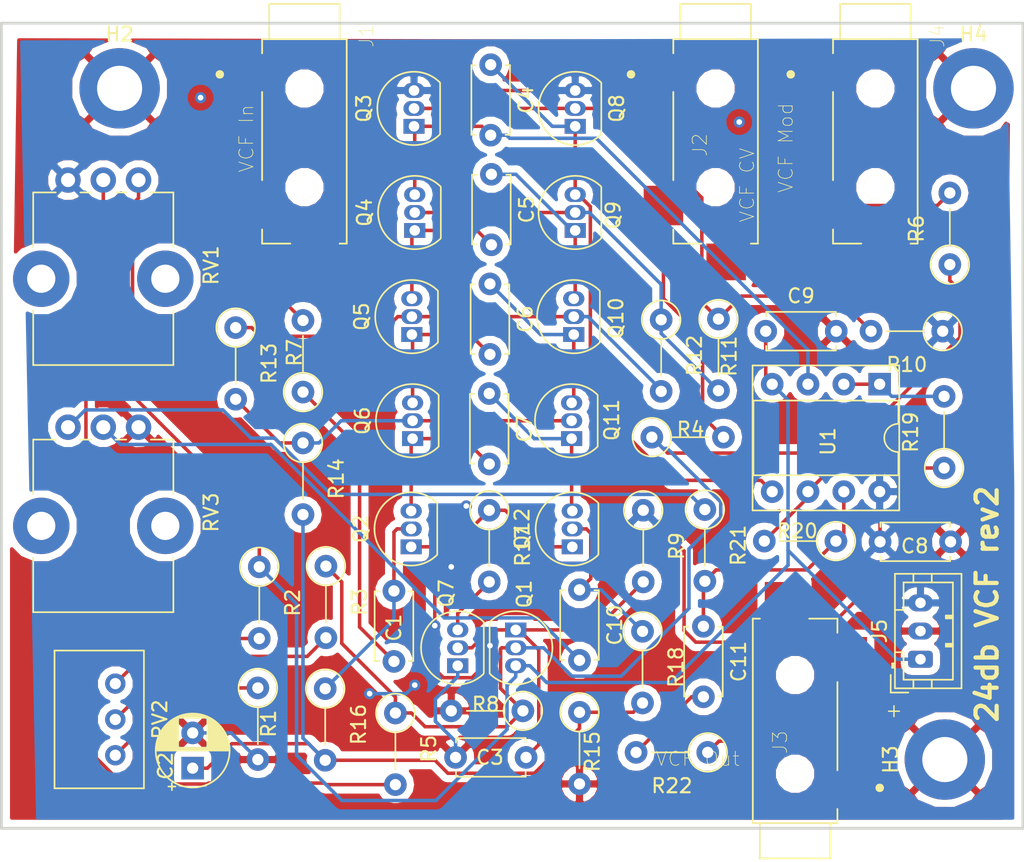
<source format=kicad_pcb>
(kicad_pcb (version 20171130) (host pcbnew "(5.0.1)-rc2")
  (layers (0 F.Cu signal) (31 B.Cu signal) (34 B.Paste user) (35 F.Paste user) (36 B.SilkS user) (37 F.SilkS user) (38 B.Mask user) (39 F.Mask user) (44 Edge.Cuts user))
  (net 0 "")
  (net 1 "Net-(C1-Pad1)")
  (net 2 "Net-(C2-Pad1)")
  (net 3 "Net-(C10-Pad2)")
  (net 4 "Net-(C11-Pad1)")
  (net 5 "Net-(C11-Pad2)")
  (net 6 "Net-(R1-Pad1)")
  (net 7 "Net-(R2-Pad2)")
  (net 8 "Net-(R3-Pad2)")
  (net 9 VCF_EXP_CV)
  (net 10 "Net-(R5-Pad2)")
  (net 11 VCF_mod)
  (net 12 VCF_In)
  (net 13 "Net-(R19-Pad1)")
  (net 14 "Net-(R19-Pad2)")
  (net 15 "Net-(R21-Pad1)")
  (net 16 VCF_Out)
  (net 17 "Net-(J2-PadTN)")
  (net 18 "Net-(J1-PadTN)")
  (net 19 "Net-(J4-PadTN)")
  (net 20 "Net-(J3-PadTN)")
  (net 21 Ladder6_Re)
  (net 22 Ladder6_Lb)
  (net 23 Ladder1_b)
  (net 24 Ladder2_b)
  (net 25 Ladder6_Lc)
  (net 26 Ladder6_Le)
  (net 27 Ladder1_c)
  (net 28 Ladder4_b)
  (net 29 Ladder5_Rb)
  (net 30 Ladder3_b)
  (net 31 Ladder5_e)
  (net 32 Ladder6_Rc)
  (net 33 Ladder5_Lb)
  (net 34 Ladder4_Re)
  (net 35 Ladder2_Re)
  (net 36 Ladder1_Re)
  (net 37 Ladder1_Le)
  (net 38 Ladder2_Le)
  (net 39 Ladder3_Le)
  (net 40 Ladder3_Re)
  (net 41 Ladder4_Le)
  (module Capacitor_THT:C_Disc_D4.7mm_W2.5mm_P5.00mm (layer F.Cu) (at 160.6296 76.708 90)
    (fp_text reference C1 (at 2.3876 0 90) (layer F.SilkS))
    (fp_text value 2.2uF)
    (pad 2 thru_hole circle (at 5 0 90) (size 1.6 1.6) (drill 0.8) (layers *.Cu *.Mask) (net 33 Ladder5_Lb))
    (pad 1 thru_hole circle (at 0 0 90) (size 1.6 1.6) (drill 0.8) (layers *.Cu *.Mask) (net 1 "Net-(C1-Pad1)"))
  )
  (module Capacitor_THT:CP_Radial_D5.0mm_P2.50mm (layer F.Cu) (at 146.3548 84.2772 90)
    (fp_text reference C2 (at 0.1524 -1.9304 90) (layer F.SilkS))
    (fp_text value 100uF)
    (pad 1 thru_hole rect (at 0 0 90) (size 1.6 1.6) (drill 0.8) (layers *.Cu *.Mask) (net 2 "Net-(C2-Pad1)"))
    (pad 2 thru_hole circle (at 2.5 0 90) (size 1.6 1.6) (drill 0.8) (layers *.Cu *.Mask) (net 21 Ladder6_Re))
  )
  (module Capacitor_THT:C_Disc_D4.7mm_W2.5mm_P5.00mm (layer F.Cu) (at 164.9984 83.5152)
    (fp_text reference C3 (at 2.4384 0) (layer F.SilkS))
    (fp_text value 0.1uF)
    (pad 1 thru_hole circle (at 0 0) (size 1.6 1.6) (drill 0.8) (layers *.Cu *.Mask) (net 21 Ladder6_Re))
    (pad 2 thru_hole circle (at 5 0) (size 1.6 1.6) (drill 0.8) (layers *.Cu *.Mask) (net 26 Ladder6_Le))
  )
  (module Capacitor_THT:C_Disc_D4.7mm_W2.5mm_P5.00mm (layer F.Cu) (at 167.4876 34.3916 270)
    (fp_text reference C4 (at 2.5 -2.5 270) (layer F.SilkS))
    (fp_text value 0.1uF)
    (pad 1 thru_hole circle (at 0 0 270) (size 1.6 1.6) (drill 0.8) (layers *.Cu *.Mask) (net 36 Ladder1_Re))
    (pad 2 thru_hole circle (at 5 0 270) (size 1.6 1.6) (drill 0.8) (layers *.Cu *.Mask) (net 37 Ladder1_Le))
  )
  (module Capacitor_THT:C_Disc_D4.7mm_W2.5mm_P5.00mm (layer F.Cu) (at 167.5384 42.164 270)
    (fp_text reference C5 (at 2.5 -2.5 270) (layer F.SilkS))
    (fp_text value 0.1uF)
    (pad 1 thru_hole circle (at 0 0 270) (size 1.6 1.6) (drill 0.8) (layers *.Cu *.Mask) (net 35 Ladder2_Re))
    (pad 2 thru_hole circle (at 5 0 270) (size 1.6 1.6) (drill 0.8) (layers *.Cu *.Mask) (net 38 Ladder2_Le))
  )
  (module Capacitor_THT:C_Disc_D4.7mm_W2.5mm_P5.00mm (layer F.Cu) (at 167.4368 49.9364 270)
    (fp_text reference C6 (at 2.5 -2.5 270) (layer F.SilkS))
    (fp_text value 0.1uF)
    (pad 2 thru_hole circle (at 5 0 270) (size 1.6 1.6) (drill 0.8) (layers *.Cu *.Mask) (net 39 Ladder3_Le))
    (pad 1 thru_hole circle (at 0 0 270) (size 1.6 1.6) (drill 0.8) (layers *.Cu *.Mask) (net 40 Ladder3_Re))
  )
  (module Capacitor_THT:C_Disc_D4.7mm_W2.5mm_P5.00mm (layer F.Cu) (at 167.386 57.7088 270)
    (fp_text reference C7 (at 2.5 -2.5 270) (layer F.SilkS))
    (fp_text value 0.1uF)
    (pad 2 thru_hole circle (at 5 0 270) (size 1.6 1.6) (drill 0.8) (layers *.Cu *.Mask) (net 41 Ladder4_Le))
    (pad 1 thru_hole circle (at 0 0 270) (size 1.6 1.6) (drill 0.8) (layers *.Cu *.Mask) (net 34 Ladder4_Re))
  )
  (module Capacitor_THT:C_Disc_D4.7mm_W2.5mm_P5.00mm (layer F.Cu) (at 200.1012 68.2244 180)
    (fp_text reference C8 (at 2.54 -0.3048 180) (layer F.SilkS))
    (fp_text value 0.10uF)
    (pad 1 thru_hole circle (at 0 0 180) (size 1.6 1.6) (drill 0.8) (layers *.Cu *.Mask) (net 21 Ladder6_Re))
    (pad 2 thru_hole circle (at 5 0 180) (size 1.6 1.6) (drill 0.8) (layers *.Cu *.Mask) (net 27 Ladder1_c))
  )
  (module Capacitor_THT:C_Disc_D4.7mm_W2.5mm_P5.00mm (layer F.Cu) (at 186.9948 53.2892)
    (fp_text reference C9 (at 2.5 -2.5) (layer F.SilkS))
    (fp_text value 0.10uF)
    (pad 2 thru_hole circle (at 5 0) (size 1.6 1.6) (drill 0.8) (layers *.Cu *.Mask) (net 21 Ladder6_Re))
    (pad 1 thru_hole circle (at 0 0) (size 1.6 1.6) (drill 0.8) (layers *.Cu *.Mask) (net 25 Ladder6_Lc))
  )
  (module Capacitor_THT:C_Disc_D4.7mm_W2.5mm_P5.00mm (layer F.Cu) (at 173.7868 71.628 270)
    (fp_text reference C10 (at 2.5 -2.5 270) (layer F.SilkS))
    (fp_text value 2.2uF)
    (pad 2 thru_hole circle (at 5 0 270) (size 1.6 1.6) (drill 0.8) (layers *.Cu *.Mask) (net 3 "Net-(C10-Pad2)"))
    (pad 1 thru_hole circle (at 0 0 270) (size 1.6 1.6) (drill 0.8) (layers *.Cu *.Mask) (net 29 Ladder5_Rb))
  )
  (module Capacitor_THT:C_Disc_D4.7mm_W2.5mm_P5.00mm (layer F.Cu) (at 182.5752 74.2188 270)
    (fp_text reference C11 (at 2.5 -2.5 270) (layer F.SilkS))
    (fp_text value 2.2uF)
    (pad 1 thru_hole circle (at 0 0 270) (size 1.6 1.6) (drill 0.8) (layers *.Cu *.Mask) (net 4 "Net-(C11-Pad1)"))
    (pad 2 thru_hole circle (at 5 0 270) (size 1.6 1.6) (drill 0.8) (layers *.Cu *.Mask) (net 5 "Net-(C11-Pad2)"))
  )
  (module MountingHole:MountingHole_3.2mm_M3_ISO7380_Pad (layer F.Cu) (at 141.1732 36.068)
    (fp_text reference H2 (at 0 -3.85) (layer F.SilkS))
    (fp_text value MountingHole_Pad)
    (pad 1 thru_hole circle (at 0 0) (size 5.7 5.7) (drill 3.2) (layers *.Cu *.Mask) (net 21 Ladder6_Re))
  )
  (module MountingHole:MountingHole_3.2mm_M3_ISO7380_Pad (layer F.Cu) (at 199.6948 83.6676 90)
    (fp_text reference H3 (at 0 -3.85 90) (layer F.SilkS))
    (fp_text value MountingHole_Pad)
    (pad 1 thru_hole circle (at 0 0 90) (size 5.7 5.7) (drill 3.2) (layers *.Cu *.Mask) (net 21 Ladder6_Re))
  )
  (module MountingHole:MountingHole_3.2mm_M3_ISO7380_Pad (layer F.Cu) (at 201.7268 36.068)
    (fp_text reference H4 (at 0 -3.85) (layer F.SilkS))
    (fp_text value MountingHole_Pad)
    (pad 1 thru_hole circle (at 0 0) (size 5.7 5.7) (drill 3.2) (layers *.Cu *.Mask) (net 21 Ladder6_Re))
  )
  (module SJ2-3592B-SMT-TR:CUI_SJ2-3592B-SMT-TR (layer F.Cu) (at 154.2796 39.8272 270)
    (fp_text reference J1 (at -7.47446 -4.39352 270) (layer F.SilkS) (effects (font (size 1.00194 1.00194) (thickness 0.05))))
    (fp_text value "VCF In" (at -0.2032 4.1148 270) (layer F.SilkS) (effects (font (size 1.00016 1.00016) (thickness 0.05))))
    (pad Hole np_thru_hole circle (at 3.25 0 270) (size 1.7 1.7) (drill 1.7) (layers *.Cu *.Mask F.SilkS))
    (pad Hole np_thru_hole circle (at -3.75 0 270) (size 1.7 1.7) (drill 1.7) (layers *.Cu *.Mask F.SilkS))
    (pad TN smd rect (at 8.55 -0.75 270) (size 2.6 2.8) (layers F.Cu F.Paste F.Mask) (net 18 "Net-(J1-PadTN)"))
    (pad T smd rect (at 4.55 3.7 270) (size 2.8 2.8) (layers F.Cu F.Paste F.Mask) (net 12 VCF_In))
    (pad S smd rect (at -4.85 3.7 270) (size 2.2 2.8) (layers F.Cu F.Paste F.Mask) (net 21 Ladder6_Re))
  )
  (module SJ2-3592B-SMT-TR:CUI_SJ2-3592B-SMT-TR (layer F.Cu) (at 183.4388 39.8272 270)
    (fp_text reference J2 (at 0.254 1.1176 270) (layer F.SilkS) (effects (font (size 1.00194 1.00194) (thickness 0.05))))
    (fp_text value "VCF CV" (at 3.0988 -2.2352 270) (layer F.SilkS) (effects (font (size 1.00016 1.00016) (thickness 0.05))))
    (pad S smd rect (at -4.85 3.7 270) (size 2.2 2.8) (layers F.Cu F.Paste F.Mask) (net 21 Ladder6_Re))
    (pad T smd rect (at 4.55 3.7 270) (size 2.8 2.8) (layers F.Cu F.Paste F.Mask) (net 9 VCF_EXP_CV))
    (pad TN smd rect (at 8.55 -0.75 270) (size 2.6 2.8) (layers F.Cu F.Paste F.Mask) (net 17 "Net-(J2-PadTN)"))
    (pad Hole np_thru_hole circle (at -3.75 0 270) (size 1.7 1.7) (drill 1.7) (layers *.Cu *.Mask F.SilkS))
    (pad Hole np_thru_hole circle (at 3.25 0 270) (size 1.7 1.7) (drill 1.7) (layers *.Cu *.Mask F.SilkS))
  )
  (module SJ2-3592B-SMT-TR:CUI_SJ2-3592B-SMT-TR (layer F.Cu) (at 189.0776 80.9244 90)
    (fp_text reference J3 (at -1.524 -1.0668 90) (layer F.SilkS) (effects (font (size 1.00194 1.00194) (thickness 0.05))))
    (fp_text value "VCF Out" (at -2.6924 -6.9088 180) (layer F.SilkS) (effects (font (size 1.00016 1.00016) (thickness 0.05))))
    (pad Hole np_thru_hole circle (at 3.25 0 90) (size 1.7 1.7) (drill 1.7) (layers *.Cu *.Mask F.SilkS))
    (pad Hole np_thru_hole circle (at -3.75 0 90) (size 1.7 1.7) (drill 1.7) (layers *.Cu *.Mask F.SilkS))
    (pad TN smd rect (at 8.55 -0.75 90) (size 2.6 2.8) (layers F.Cu F.Paste F.Mask) (net 20 "Net-(J3-PadTN)"))
    (pad T smd rect (at 4.55 3.7 90) (size 2.8 2.8) (layers F.Cu F.Paste F.Mask) (net 16 VCF_Out))
    (pad S smd rect (at -4.85 3.7 90) (size 2.2 2.8) (layers F.Cu F.Paste F.Mask) (net 21 Ladder6_Re))
  )
  (module SJ2-3592B-SMT-TR:CUI_SJ2-3592B-SMT-TR (layer F.Cu) (at 194.7672 39.8272 270)
    (fp_text reference J4 (at -7.47446 -4.39352 270) (layer F.SilkS) (effects (font (size 1.00194 1.00194) (thickness 0.05))))
    (fp_text value "VCF Mod" (at 0.4572 6.35 270) (layer F.SilkS) (effects (font (size 1.00016 1.00016) (thickness 0.05))))
    (pad S smd rect (at -4.85 3.7 270) (size 2.2 2.8) (layers F.Cu F.Paste F.Mask) (net 21 Ladder6_Re))
    (pad T smd rect (at 4.55 3.7 270) (size 2.8 2.8) (layers F.Cu F.Paste F.Mask) (net 11 VCF_mod))
    (pad TN smd rect (at 8.55 -0.75 270) (size 2.6 2.8) (layers F.Cu F.Paste F.Mask) (net 19 "Net-(J4-PadTN)"))
    (pad Hole np_thru_hole circle (at -3.75 0 270) (size 1.7 1.7) (drill 1.7) (layers *.Cu *.Mask F.SilkS))
    (pad Hole np_thru_hole circle (at 3.25 0 270) (size 1.7 1.7) (drill 1.7) (layers *.Cu *.Mask F.SilkS))
  )
  (module Connector_JST:JST_PH_B3B-PH-K_1x03_P2.00mm_Vertical (layer F.Cu) (at 197.9676 76.5556 90)
    (fp_text reference J5 (at 2 -2.9 90) (layer F.SilkS))
    (fp_text value Power)
    (pad 1 thru_hole roundrect (at 0 0 90) (size 1.2 1.75) (drill 0.75) (layers *.Cu *.Mask) (roundrect_rratio 0.208333) (net 25 Ladder6_Lc))
    (pad 2 thru_hole oval (at 2 0 90) (size 1.2 1.75) (drill 0.75) (layers *.Cu *.Mask) (net 21 Ladder6_Re))
    (pad 3 thru_hole oval (at 4 0 90) (size 1.2 1.75) (drill 0.75) (layers *.Cu *.Mask) (net 27 Ladder1_c))
  )
  (module Package_TO_SOT_THT:TO-92_Inline (layer F.Cu) (at 169.2656 74.4728 270)
    (fp_text reference Q1 (at -2.54 -0.6096 270) (layer F.SilkS))
    (fp_text value 2N3906)
    (pad 2 thru_hole oval (at 1.27 0 270) (size 1.05 1.5) (drill 0.75) (layers *.Cu *.Mask) (net 22 Ladder6_Lb))
    (pad 3 thru_hole oval (at 2.54 0 270) (size 1.05 1.5) (drill 0.75) (layers *.Cu *.Mask) (net 25 Ladder6_Lc))
    (pad 1 thru_hole rect (at 0 0 270) (size 1.05 1.5) (drill 0.75) (layers *.Cu *.Mask) (net 26 Ladder6_Le))
  )
  (module Package_TO_SOT_THT:TO-92_Inline (layer F.Cu) (at 161.8488 68.58 90)
    (fp_text reference Q2 (at 1.27 -3.56 90) (layer F.SilkS))
    (fp_text value 2N3904)
    (pad 2 thru_hole oval (at 1.27 0 90) (size 1.05 1.5) (drill 0.75) (layers *.Cu *.Mask) (net 33 Ladder5_Lb))
    (pad 3 thru_hole oval (at 2.54 0 90) (size 1.05 1.5) (drill 0.75) (layers *.Cu *.Mask) (net 41 Ladder4_Le))
    (pad 1 thru_hole rect (at 0 0 90) (size 1.05 1.5) (drill 0.75) (layers *.Cu *.Mask) (net 31 Ladder5_e))
  )
  (module Package_TO_SOT_THT:TO-92_Inline (layer F.Cu) (at 162.052 38.7604 90)
    (fp_text reference Q3 (at 1.27 -3.56 90) (layer F.SilkS))
    (fp_text value 2N3904)
    (pad 1 thru_hole rect (at 0 0 90) (size 1.05 1.5) (drill 0.75) (layers *.Cu *.Mask) (net 37 Ladder1_Le))
    (pad 3 thru_hole oval (at 2.54 0 90) (size 1.05 1.5) (drill 0.75) (layers *.Cu *.Mask) (net 27 Ladder1_c))
    (pad 2 thru_hole oval (at 1.27 0 90) (size 1.05 1.5) (drill 0.75) (layers *.Cu *.Mask) (net 23 Ladder1_b))
  )
  (module Package_TO_SOT_THT:TO-92_Inline (layer F.Cu) (at 162.1028 46.143333 90)
    (fp_text reference Q4 (at 1.27 -3.56 90) (layer F.SilkS))
    (fp_text value 2N3904)
    (pad 2 thru_hole oval (at 1.27 0 90) (size 1.05 1.5) (drill 0.75) (layers *.Cu *.Mask) (net 24 Ladder2_b))
    (pad 3 thru_hole oval (at 2.54 0 90) (size 1.05 1.5) (drill 0.75) (layers *.Cu *.Mask) (net 37 Ladder1_Le))
    (pad 1 thru_hole rect (at 0 0 90) (size 1.05 1.5) (drill 0.75) (layers *.Cu *.Mask) (net 38 Ladder2_Le))
  )
  (module Package_TO_SOT_THT:TO-92_Inline (layer F.Cu) (at 161.8996 53.526266 90)
    (fp_text reference Q5 (at 1.27 -3.56 90) (layer F.SilkS))
    (fp_text value 2N3904)
    (pad 2 thru_hole oval (at 1.27 0 90) (size 1.05 1.5) (drill 0.75) (layers *.Cu *.Mask) (net 30 Ladder3_b))
    (pad 3 thru_hole oval (at 2.54 0 90) (size 1.05 1.5) (drill 0.75) (layers *.Cu *.Mask) (net 38 Ladder2_Le))
    (pad 1 thru_hole rect (at 0 0 90) (size 1.05 1.5) (drill 0.75) (layers *.Cu *.Mask) (net 39 Ladder3_Le))
  )
  (module Package_TO_SOT_THT:TO-92_Inline (layer F.Cu) (at 161.9504 60.9092 90)
    (fp_text reference Q6 (at 1.27 -3.56 90) (layer F.SilkS))
    (fp_text value 2N3904)
    (pad 1 thru_hole rect (at 0 0 90) (size 1.05 1.5) (drill 0.75) (layers *.Cu *.Mask) (net 41 Ladder4_Le))
    (pad 3 thru_hole oval (at 2.54 0 90) (size 1.05 1.5) (drill 0.75) (layers *.Cu *.Mask) (net 39 Ladder3_Le))
    (pad 2 thru_hole oval (at 1.27 0 90) (size 1.05 1.5) (drill 0.75) (layers *.Cu *.Mask) (net 28 Ladder4_b))
  )
  (module Package_TO_SOT_THT:TO-92_Inline (layer F.Cu) (at 165.1508 77.0128 90)
    (fp_text reference Q7 (at 5.1308 -0.8128 90) (layer F.SilkS))
    (fp_text value 2N3904)
    (pad 1 thru_hole rect (at 0 0 90) (size 1.05 1.5) (drill 0.75) (layers *.Cu *.Mask) (net 21 Ladder6_Re))
    (pad 3 thru_hole oval (at 2.54 0 90) (size 1.05 1.5) (drill 0.75) (layers *.Cu *.Mask) (net 32 Ladder6_Rc))
    (pad 2 thru_hole oval (at 1.27 0 90) (size 1.05 1.5) (drill 0.75) (layers *.Cu *.Mask) (net 26 Ladder6_Le))
  )
  (module Package_TO_SOT_THT:TO-92_Inline (layer F.Cu) (at 173.482 38.7604 90)
    (fp_text reference Q8 (at 1.27 2.9464 90) (layer F.SilkS))
    (fp_text value 2N3904)
    (pad 2 thru_hole oval (at 1.27 0 90) (size 1.05 1.5) (drill 0.75) (layers *.Cu *.Mask) (net 23 Ladder1_b))
    (pad 3 thru_hole oval (at 2.54 0 90) (size 1.05 1.5) (drill 0.75) (layers *.Cu *.Mask) (net 27 Ladder1_c))
    (pad 1 thru_hole rect (at 0 0 90) (size 1.05 1.5) (drill 0.75) (layers *.Cu *.Mask) (net 36 Ladder1_Re))
  )
  (module Package_TO_SOT_THT:TO-92_Inline (layer F.Cu) (at 173.482 46.143333 90)
    (fp_text reference Q9 (at 1.083733 2.6924 90) (layer F.SilkS))
    (fp_text value 2N3904)
    (pad 1 thru_hole rect (at 0 0 90) (size 1.05 1.5) (drill 0.75) (layers *.Cu *.Mask) (net 35 Ladder2_Re))
    (pad 3 thru_hole oval (at 2.54 0 90) (size 1.05 1.5) (drill 0.75) (layers *.Cu *.Mask) (net 36 Ladder1_Re))
    (pad 2 thru_hole oval (at 1.27 0 90) (size 1.05 1.5) (drill 0.75) (layers *.Cu *.Mask) (net 24 Ladder2_b))
  )
  (module Package_TO_SOT_THT:TO-92_Inline (layer F.Cu) (at 173.3804 53.526266 90)
    (fp_text reference Q10 (at 1.151466 2.9972 90) (layer F.SilkS))
    (fp_text value 2N3904)
    (pad 1 thru_hole rect (at 0 0 90) (size 1.05 1.5) (drill 0.75) (layers *.Cu *.Mask) (net 40 Ladder3_Re))
    (pad 3 thru_hole oval (at 2.54 0 90) (size 1.05 1.5) (drill 0.75) (layers *.Cu *.Mask) (net 35 Ladder2_Re))
    (pad 2 thru_hole oval (at 1.27 0 90) (size 1.05 1.5) (drill 0.75) (layers *.Cu *.Mask) (net 30 Ladder3_b))
  )
  (module Package_TO_SOT_THT:TO-92_Inline (layer F.Cu) (at 173.228 60.9092 90)
    (fp_text reference Q11 (at 1.3208 2.8448 90) (layer F.SilkS))
    (fp_text value 2N3904)
    (pad 2 thru_hole oval (at 1.27 0 90) (size 1.05 1.5) (drill 0.75) (layers *.Cu *.Mask) (net 28 Ladder4_b))
    (pad 3 thru_hole oval (at 2.54 0 90) (size 1.05 1.5) (drill 0.75) (layers *.Cu *.Mask) (net 40 Ladder3_Re))
    (pad 1 thru_hole rect (at 0 0 90) (size 1.05 1.5) (drill 0.75) (layers *.Cu *.Mask) (net 34 Ladder4_Re))
  )
  (module Package_TO_SOT_THT:TO-92_Inline (layer F.Cu) (at 173.2788 68.58 90)
    (fp_text reference Q12 (at 1.27 -3.56 90) (layer F.SilkS))
    (fp_text value 2N3904)
    (pad 1 thru_hole rect (at 0 0 90) (size 1.05 1.5) (drill 0.75) (layers *.Cu *.Mask) (net 31 Ladder5_e))
    (pad 3 thru_hole oval (at 2.54 0 90) (size 1.05 1.5) (drill 0.75) (layers *.Cu *.Mask) (net 34 Ladder4_Re))
    (pad 2 thru_hole oval (at 1.27 0 90) (size 1.05 1.5) (drill 0.75) (layers *.Cu *.Mask) (net 29 Ladder5_Rb))
  )
  (module Resistor_THT:R_Axial_DIN0207_L6.3mm_D2.5mm_P5.08mm_Vertical (layer F.Cu) (at 150.9776 78.5876 270)
    (fp_text reference R1 (at 2.54 -0.762 270) (layer F.SilkS))
    (fp_text value 4.99k)
    (pad 2 thru_hole oval (at 5.08 0 270) (size 1.6 1.6) (drill 0.8) (layers *.Cu *.Mask) (net 21 Ladder6_Re))
    (pad 1 thru_hole circle (at 0 0 270) (size 1.6 1.6) (drill 0.8) (layers *.Cu *.Mask) (net 6 "Net-(R1-Pad1)"))
  )
  (module Resistor_THT:R_Axial_DIN0207_L6.3mm_D2.5mm_P5.08mm_Vertical (layer F.Cu) (at 151.0792 70.0024 270)
    (fp_text reference R2 (at 2.54 -2.37 270) (layer F.SilkS))
    (fp_text value 4.99k)
    (pad 1 thru_hole circle (at 0 0 270) (size 1.6 1.6) (drill 0.8) (layers *.Cu *.Mask) (net 25 Ladder6_Lc))
    (pad 2 thru_hole oval (at 5.08 0 270) (size 1.6 1.6) (drill 0.8) (layers *.Cu *.Mask) (net 7 "Net-(R2-Pad2)"))
  )
  (module Resistor_THT:R_Axial_DIN0207_L6.3mm_D2.5mm_P5.08mm_Vertical (layer F.Cu) (at 155.8036 69.9516 270)
    (fp_text reference R3 (at 2.54 -2.37 270) (layer F.SilkS))
    (fp_text value 68.1k)
    (pad 1 thru_hole circle (at 0 0 270) (size 1.6 1.6) (drill 0.8) (layers *.Cu *.Mask) (net 22 Ladder6_Lb))
    (pad 2 thru_hole oval (at 5.08 0 270) (size 1.6 1.6) (drill 0.8) (layers *.Cu *.Mask) (net 8 "Net-(R3-Pad2)"))
  )
  (module Resistor_THT:R_Axial_DIN0207_L6.3mm_D2.5mm_P5.08mm_Vertical (layer F.Cu) (at 178.9176 60.8076)
    (fp_text reference R4 (at 2.7432 -0.5588) (layer F.SilkS))
    (fp_text value 47.5k)
    (pad 2 thru_hole oval (at 5.08 0) (size 1.6 1.6) (drill 0.8) (layers *.Cu *.Mask) (net 9 VCF_EXP_CV))
    (pad 1 thru_hole circle (at 0 0) (size 1.6 1.6) (drill 0.8) (layers *.Cu *.Mask) (net 22 Ladder6_Lb))
  )
  (module Resistor_THT:R_Axial_DIN0207_L6.3mm_D2.5mm_P5.08mm_Vertical (layer F.Cu) (at 160.7312 80.3656 270)
    (fp_text reference R5 (at 2.54 -2.37 270) (layer F.SilkS))
    (fp_text value 100k)
    (pad 2 thru_hole oval (at 5.08 0 270) (size 1.6 1.6) (drill 0.8) (layers *.Cu *.Mask) (net 10 "Net-(R5-Pad2)"))
    (pad 1 thru_hole circle (at 0 0 270) (size 1.6 1.6) (drill 0.8) (layers *.Cu *.Mask) (net 22 Ladder6_Lb))
  )
  (module Resistor_THT:R_Axial_DIN0207_L6.3mm_D2.5mm_P5.08mm_Vertical (layer F.Cu) (at 200.0504 48.5648 90)
    (fp_text reference R6 (at 2.54 -2.37 90) (layer F.SilkS))
    (fp_text value 33.2k)
    (pad 1 thru_hole circle (at 0 0 90) (size 1.6 1.6) (drill 0.8) (layers *.Cu *.Mask) (net 22 Ladder6_Lb))
    (pad 2 thru_hole oval (at 5.08 0 90) (size 1.6 1.6) (drill 0.8) (layers *.Cu *.Mask) (net 11 VCF_mod))
  )
  (module Resistor_THT:R_Axial_DIN0207_L6.3mm_D2.5mm_P5.08mm_Vertical (layer F.Cu) (at 154.178 57.6072 90)
    (fp_text reference R7 (at 2.794 -0.6096 90) (layer F.SilkS))
    (fp_text value 68.1k)
    (pad 2 thru_hole oval (at 5.08 0 90) (size 1.6 1.6) (drill 0.8) (layers *.Cu *.Mask) (net 12 VCF_In))
    (pad 1 thru_hole circle (at 0 0 90) (size 1.6 1.6) (drill 0.8) (layers *.Cu *.Mask) (net 1 "Net-(C1-Pad1)"))
  )
  (module Resistor_THT:R_Axial_DIN0207_L6.3mm_D2.5mm_P5.08mm_Vertical (layer F.Cu) (at 169.7736 80.2132 180)
    (fp_text reference R8 (at 2.6416 0.4572 180) (layer F.SilkS))
    (fp_text value 1k)
    (pad 1 thru_hole circle (at 0 0 180) (size 1.6 1.6) (drill 0.8) (layers *.Cu *.Mask) (net 22 Ladder6_Lb))
    (pad 2 thru_hole oval (at 5.08 0 180) (size 1.6 1.6) (drill 0.8) (layers *.Cu *.Mask) (net 21 Ladder6_Re))
  )
  (module Resistor_THT:R_Axial_DIN0207_L6.3mm_D2.5mm_P5.08mm_Vertical (layer F.Cu) (at 178.308 65.9892 270)
    (fp_text reference R9 (at 2.54 -2.37 270) (layer F.SilkS))
    (fp_text value 12.1k)
    (pad 2 thru_hole oval (at 5.08 0 270) (size 1.6 1.6) (drill 0.8) (layers *.Cu *.Mask) (net 26 Ladder6_Le))
    (pad 1 thru_hole circle (at 0 0 270) (size 1.6 1.6) (drill 0.8) (layers *.Cu *.Mask) (net 27 Ladder1_c))
  )
  (module Resistor_THT:R_Axial_DIN0207_L6.3mm_D2.5mm_P5.08mm_Vertical (layer F.Cu) (at 199.5424 53.2892 180)
    (fp_text reference R10 (at 2.54 -2.37 180) (layer F.SilkS))
    (fp_text value 2.74K)
    (pad 2 thru_hole oval (at 5.08 0 180) (size 1.6 1.6) (drill 0.8) (layers *.Cu *.Mask) (net 23 Ladder1_b))
    (pad 1 thru_hole circle (at 0 0 180) (size 1.6 1.6) (drill 0.8) (layers *.Cu *.Mask) (net 27 Ladder1_c))
  )
  (module Resistor_THT:R_Axial_DIN0207_L6.3mm_D2.5mm_P5.08mm_Vertical (layer F.Cu) (at 183.642 52.4256 270)
    (fp_text reference R11 (at 2.6416 -0.762 270) (layer F.SilkS))
    (fp_text value 1k)
    (pad 1 thru_hole circle (at 0 0 270) (size 1.6 1.6) (drill 0.8) (layers *.Cu *.Mask) (net 23 Ladder1_b))
    (pad 2 thru_hole oval (at 5.08 0 270) (size 1.6 1.6) (drill 0.8) (layers *.Cu *.Mask) (net 24 Ladder2_b))
  )
  (module Resistor_THT:R_Axial_DIN0207_L6.3mm_D2.5mm_P5.08mm_Vertical (layer F.Cu) (at 179.578 52.4764 270)
    (fp_text reference R12 (at 2.54 -2.37 270) (layer F.SilkS))
    (fp_text value 1k)
    (pad 2 thru_hole oval (at 5.08 0 270) (size 1.6 1.6) (drill 0.8) (layers *.Cu *.Mask) (net 30 Ladder3_b))
    (pad 1 thru_hole circle (at 0 0 270) (size 1.6 1.6) (drill 0.8) (layers *.Cu *.Mask) (net 24 Ladder2_b))
  )
  (module Resistor_THT:R_Axial_DIN0207_L6.3mm_D2.5mm_P5.08mm_Vertical (layer F.Cu) (at 149.4028 53.0352 270)
    (fp_text reference R13 (at 2.54 -2.37 270) (layer F.SilkS))
    (fp_text value 1k)
    (pad 1 thru_hole circle (at 0 0 270) (size 1.6 1.6) (drill 0.8) (layers *.Cu *.Mask) (net 30 Ladder3_b))
    (pad 2 thru_hole oval (at 5.08 0 270) (size 1.6 1.6) (drill 0.8) (layers *.Cu *.Mask) (net 28 Ladder4_b))
  )
  (module Resistor_THT:R_Axial_DIN0207_L6.3mm_D2.5mm_P5.08mm_Vertical (layer F.Cu) (at 154.178 61.214 270)
    (fp_text reference R14 (at 2.54 -2.37 270) (layer F.SilkS))
    (fp_text value 1k)
    (pad 2 thru_hole oval (at 5.08 0 270) (size 1.6 1.6) (drill 0.8) (layers *.Cu *.Mask) (net 2 "Net-(C2-Pad1)"))
    (pad 1 thru_hole circle (at 0 0 270) (size 1.6 1.6) (drill 0.8) (layers *.Cu *.Mask) (net 28 Ladder4_b))
  )
  (module Resistor_THT:R_Axial_DIN0207_L6.3mm_D2.5mm_P5.08mm_Vertical (layer F.Cu) (at 173.7868 80.3148 270)
    (fp_text reference R15 (at 2.794 -0.9144 270) (layer F.SilkS))
    (fp_text value 2.74K)
    (pad 1 thru_hole circle (at 0 0 270) (size 1.6 1.6) (drill 0.8) (layers *.Cu *.Mask) (net 2 "Net-(C2-Pad1)"))
    (pad 2 thru_hole oval (at 5.08 0 270) (size 1.6 1.6) (drill 0.8) (layers *.Cu *.Mask) (net 21 Ladder6_Re))
  )
  (module Resistor_THT:R_Axial_DIN0207_L6.3mm_D2.5mm_P5.08mm_Vertical (layer F.Cu) (at 155.7528 78.6384 270)
    (fp_text reference R16 (at 2.54 -2.37 270) (layer F.SilkS))
    (fp_text value 1k)
    (pad 2 thru_hole oval (at 5.08 0 270) (size 1.6 1.6) (drill 0.8) (layers *.Cu *.Mask) (net 2 "Net-(C2-Pad1)"))
    (pad 1 thru_hole circle (at 0 0 270) (size 1.6 1.6) (drill 0.8) (layers *.Cu *.Mask) (net 33 Ladder5_Lb))
  )
  (module Resistor_THT:R_Axial_DIN0207_L6.3mm_D2.5mm_P5.08mm_Vertical (layer F.Cu) (at 167.386 65.9892 270)
    (fp_text reference R17 (at 2.54 -2.37 270) (layer F.SilkS))
    (fp_text value 1k)
    (pad 1 thru_hole circle (at 0 0 270) (size 1.6 1.6) (drill 0.8) (layers *.Cu *.Mask) (net 31 Ladder5_e))
    (pad 2 thru_hole oval (at 5.08 0 270) (size 1.6 1.6) (drill 0.8) (layers *.Cu *.Mask) (net 32 Ladder6_Rc))
  )
  (module Resistor_THT:R_Axial_DIN0207_L6.3mm_D2.5mm_P5.08mm_Vertical (layer F.Cu) (at 178.2572 74.5744 270)
    (fp_text reference R18 (at 2.54 -2.37 270) (layer F.SilkS))
    (fp_text value 1k)
    (pad 2 thru_hole oval (at 5.08 0 270) (size 1.6 1.6) (drill 0.8) (layers *.Cu *.Mask) (net 2 "Net-(C2-Pad1)"))
    (pad 1 thru_hole circle (at 0 0 270) (size 1.6 1.6) (drill 0.8) (layers *.Cu *.Mask) (net 29 Ladder5_Rb))
  )
  (module Resistor_THT:R_Axial_DIN0207_L6.3mm_D2.5mm_P5.08mm_Vertical (layer F.Cu) (at 199.644 62.992 90)
    (fp_text reference R19 (at 2.54 -2.37 90) (layer F.SilkS))
    (fp_text value 100R)
    (pad 1 thru_hole circle (at 0 0 90) (size 1.6 1.6) (drill 0.8) (layers *.Cu *.Mask) (net 13 "Net-(R19-Pad1)"))
    (pad 2 thru_hole oval (at 5.08 0 90) (size 1.6 1.6) (drill 0.8) (layers *.Cu *.Mask) (net 14 "Net-(R19-Pad2)"))
  )
  (module Resistor_THT:R_Axial_DIN0207_L6.3mm_D2.5mm_P5.08mm_Vertical (layer F.Cu) (at 191.9732 68.1736 180)
    (fp_text reference R20 (at 2.7432 0.7112 180) (layer F.SilkS))
    (fp_text value 6.81k)
    (pad 2 thru_hole oval (at 5.08 0 180) (size 1.6 1.6) (drill 0.8) (layers *.Cu *.Mask) (net 13 "Net-(R19-Pad1)"))
    (pad 1 thru_hole circle (at 0 0 180) (size 1.6 1.6) (drill 0.8) (layers *.Cu *.Mask) (net 4 "Net-(C11-Pad1)"))
  )
  (module Resistor_THT:R_Axial_DIN0207_L6.3mm_D2.5mm_P5.08mm_Vertical (layer F.Cu) (at 182.6768 65.9384 270)
    (fp_text reference R21 (at 2.54 -2.37 270) (layer F.SilkS))
    (fp_text value 12.1k)
    (pad 1 thru_hole circle (at 0 0 270) (size 1.6 1.6) (drill 0.8) (layers *.Cu *.Mask) (net 15 "Net-(R21-Pad1)"))
    (pad 2 thru_hole oval (at 5.08 0 270) (size 1.6 1.6) (drill 0.8) (layers *.Cu *.Mask) (net 4 "Net-(C11-Pad1)"))
  )
  (module Resistor_THT:R_Axial_DIN0207_L6.3mm_D2.5mm_P5.08mm_Vertical (layer F.Cu) (at 182.88 83.1596 180)
    (fp_text reference R22 (at 2.54 -2.37 180) (layer F.SilkS))
    (fp_text value 12.1k)
    (pad 1 thru_hole circle (at 0 0 180) (size 1.6 1.6) (drill 0.8) (layers *.Cu *.Mask) (net 16 VCF_Out))
    (pad 2 thru_hole oval (at 5.08 0 180) (size 1.6 1.6) (drill 0.8) (layers *.Cu *.Mask) (net 5 "Net-(C11-Pad2)"))
  )
  (module Potentiometer_THT:Potentiometer_Bourns_PTV09A-1_Single_Vertical (layer F.Cu) (at 137.5156 42.5704 270)
    (fp_text reference RV1 (at 6.05 -10.15 270) (layer F.SilkS))
    (fp_text value 10kb)
    (pad 3 thru_hole circle (at 0 -5 270) (size 1.8 1.8) (drill 1) (layers *.Cu *.Mask) (net 25 Ladder6_Lc))
    (pad 2 thru_hole circle (at 0 -2.5 270) (size 1.8 1.8) (drill 1) (layers *.Cu *.Mask) (net 10 "Net-(R5-Pad2)"))
    (pad 1 thru_hole circle (at 0 0 270) (size 1.8 1.8) (drill 1) (layers *.Cu *.Mask) (net 27 Ladder1_c))
    (pad "" np_thru_hole circle (at 7 -6.9 270) (size 4 4) (drill 2) (layers *.Cu *.Mask))
    (pad "" np_thru_hole circle (at 7 1.9 270) (size 4 4) (drill 2) (layers *.Cu *.Mask))
  )
  (module Potentiometer_THT:Potentiometer_Bourns_3299W_Vertical (layer F.Cu) (at 140.8684 83.3628 270)
    (fp_text reference RV2 (at -2.54 -3.16 270) (layer F.SilkS))
    (fp_text value "10k fq Calib.")
    (pad 1 thru_hole circle (at 0 0 270) (size 1.44 1.44) (drill 0.8) (layers *.Cu *.Mask) (net 6 "Net-(R1-Pad1)"))
    (pad 2 thru_hole circle (at -2.54 0 270) (size 1.44 1.44) (drill 0.8) (layers *.Cu *.Mask) (net 8 "Net-(R3-Pad2)"))
    (pad 3 thru_hole circle (at -5.08 0 270) (size 1.44 1.44) (drill 0.8) (layers *.Cu *.Mask) (net 7 "Net-(R2-Pad2)"))
  )
  (module Potentiometer_THT:Potentiometer_Bourns_PTV09A-1_Single_Vertical (layer F.Cu) (at 137.5156 60.0964 270)
    (fp_text reference RV3 (at 6.05 -10.15 270) (layer F.SilkS))
    (fp_text value "10KA Res")
    (pad "" np_thru_hole circle (at 7 1.9 270) (size 4 4) (drill 2) (layers *.Cu *.Mask))
    (pad "" np_thru_hole circle (at 7 -6.9 270) (size 4 4) (drill 2) (layers *.Cu *.Mask))
    (pad 1 thru_hole circle (at 0 0 270) (size 1.8 1.8) (drill 1) (layers *.Cu *.Mask) (net 15 "Net-(R21-Pad1)"))
    (pad 2 thru_hole circle (at 0 -2.5 270) (size 1.8 1.8) (drill 1) (layers *.Cu *.Mask) (net 3 "Net-(C10-Pad2)"))
    (pad 3 thru_hole circle (at 0 -5 270) (size 1.8 1.8) (drill 1) (layers *.Cu *.Mask) (net 21 Ladder6_Re))
  )
  (module Package_DIP:DIP-8_W7.62mm_Socket (layer F.Cu) (at 195.072 57.0484 270)
    (fp_text reference U1 (at 4.064 3.6576 270) (layer F.SilkS))
    (fp_text value NE5532)
    (pad 1 thru_hole rect (at 0 0 270) (size 1.6 1.6) (drill 0.8) (layers *.Cu *.Mask) (net 14 "Net-(R19-Pad2)"))
    (pad 5 thru_hole oval (at 7.62 7.62 270) (size 1.6 1.6) (drill 0.8) (layers *.Cu *.Mask) (net 36 Ladder1_Re))
    (pad 2 thru_hole oval (at 0 2.54 270) (size 1.6 1.6) (drill 0.8) (layers *.Cu *.Mask) (net 14 "Net-(R19-Pad2)"))
    (pad 6 thru_hole oval (at 7.62 5.08 270) (size 1.6 1.6) (drill 0.8) (layers *.Cu *.Mask) (net 13 "Net-(R19-Pad1)"))
    (pad 3 thru_hole oval (at 0 5.08 270) (size 1.6 1.6) (drill 0.8) (layers *.Cu *.Mask) (net 37 Ladder1_Le))
    (pad 7 thru_hole oval (at 7.62 2.54 270) (size 1.6 1.6) (drill 0.8) (layers *.Cu *.Mask) (net 4 "Net-(C11-Pad1)"))
    (pad 4 thru_hole oval (at 0 7.62 270) (size 1.6 1.6) (drill 0.8) (layers *.Cu *.Mask) (net 25 Ladder6_Lc))
    (pad 8 thru_hole oval (at 7.62 0 270) (size 1.6 1.6) (drill 0.8) (layers *.Cu *.Mask) (net 27 Ladder1_c))
  )
  (gr_text + (at 196.088 80.1624) (layer F.SilkS) (effects (font (size 1 1) (thickness 0.1))))
  (gr_text "24db VCF rev2" (at 202.692 72.644 90) (layer F.SilkS) (effects (font (size 1.5 1.5) (thickness 0.3))))
  (gr_line (start 132.7912 88.5444) (end 132.7912 31.4452) (layer Edge.Cuts) (width 0.2))
  (gr_line (start 205.232 88.5444) (end 132.7912 88.5444) (layer Edge.Cuts) (width 0.2))
  (gr_line (start 205.232 31.4452) (end 205.232 88.5444) (layer Edge.Cuts) (width 0.2))
  (gr_line (start 132.7912 31.4452) (end 205.232 31.4452) (layer Edge.Cuts) (width 0.2))
  (segment (start 154.977999 58.407199) (end 154.178 57.6072) (width 0.25) (layer F.Cu) (net 1))
  (segment (start 158.1912 61.6204) (end 154.977999 58.407199) (width 0.25) (layer F.Cu) (net 1))
  (segment (start 158.1912 74.2696) (end 158.1912 61.6204) (width 0.25) (layer F.Cu) (net 1))
  (segment (start 160.6296 76.708) (end 158.1912 74.2696) (width 0.25) (layer F.Cu) (net 1))
  (segment (start 154.178 82.1436) (end 155.7528 83.7184) (width 0.25) (layer B.Cu) (net 2))
  (segment (start 154.178 66.294) (end 154.178 82.1436) (width 0.25) (layer B.Cu) (net 2))
  (segment (start 177.5968 80.3148) (end 178.2572 79.6544) (width 0.25) (layer F.Cu) (net 2))
  (segment (start 173.7868 80.3148) (end 177.5968 80.3148) (width 0.25) (layer F.Cu) (net 2))
  (segment (start 173.7868 81.44617) (end 173.7868 80.3148) (width 0.25) (layer F.Cu) (net 2))
  (segment (start 170.592769 84.640201) (end 173.7868 81.44617) (width 0.25) (layer F.Cu) (net 2))
  (segment (start 164.458399 84.640201) (end 170.592769 84.640201) (width 0.25) (layer F.Cu) (net 2))
  (segment (start 163.536598 83.7184) (end 164.458399 84.640201) (width 0.25) (layer F.Cu) (net 2))
  (segment (start 155.7528 83.7184) (end 163.536598 83.7184) (width 0.25) (layer F.Cu) (net 2))
  (segment (start 154.952801 82.918401) (end 155.7528 83.7184) (width 0.25) (layer F.Cu) (net 2))
  (segment (start 154.576999 82.542599) (end 154.952801 82.918401) (width 0.25) (layer F.Cu) (net 2))
  (segment (start 149.139401 82.542599) (end 154.576999 82.542599) (width 0.25) (layer F.Cu) (net 2))
  (segment (start 147.4048 84.2772) (end 149.139401 82.542599) (width 0.25) (layer F.Cu) (net 2))
  (segment (start 146.3548 84.2772) (end 147.4048 84.2772) (width 0.25) (layer F.Cu) (net 2))
  (via (at 163.5252 74.168) (size 0.8) (drill 0.4) (layers F.Cu B.Cu) (net 27))
  (via (at 165.7604 65.6844) (size 0.8) (drill 0.4) (layers F.Cu B.Cu) (net 27))
  (via (at 164.6936 70.0024) (size 0.8) (drill 0.4) (layers F.Cu B.Cu) (net 27))
  (segment (start 165.7604 68.9356) (end 164.6936 70.0024) (width 0.25) (layer B.Cu) (net 27))
  (segment (start 165.7604 65.6844) (end 165.7604 68.9356) (width 0.25) (layer B.Cu) (net 27))
  (segment (start 163.5252 71.1708) (end 164.6936 70.0024) (width 0.25) (layer F.Cu) (net 27))
  (segment (start 163.5252 74.168) (end 163.5252 71.1708) (width 0.25) (layer F.Cu) (net 27))
  (via (at 167.4368 75.5904) (size 0.8) (drill 0.4) (layers F.Cu B.Cu) (net 27))
  (segment (start 167.4368 76.156085) (end 167.4368 75.5904) (width 0.25) (layer F.Cu) (net 27))
  (segment (start 167.4368 76.586802) (end 167.4368 76.156085) (width 0.25) (layer F.Cu) (net 27))
  (segment (start 166.160801 77.862801) (end 167.4368 76.586802) (width 0.25) (layer F.Cu) (net 27))
  (segment (start 164.140799 77.862801) (end 166.160801 77.862801) (width 0.25) (layer F.Cu) (net 27))
  (segment (start 163.5252 77.247202) (end 164.140799 77.862801) (width 0.25) (layer F.Cu) (net 27))
  (segment (start 163.5252 74.168) (end 163.5252 77.247202) (width 0.25) (layer F.Cu) (net 27))
  (segment (start 140.915599 60.996399) (end 140.0156 60.0964) (width 0.25) (layer B.Cu) (net 3))
  (segment (start 141.240601 61.321401) (end 140.915599 60.996399) (width 0.25) (layer B.Cu) (net 3))
  (segment (start 151.908003 61.321401) (end 141.240601 61.321401) (width 0.25) (layer B.Cu) (net 3))
  (segment (start 164.209401 73.622799) (end 151.908003 61.321401) (width 0.25) (layer B.Cu) (net 3))
  (segment (start 170.781599 73.622799) (end 164.209401 73.622799) (width 0.25) (layer B.Cu) (net 3))
  (segment (start 173.7868 76.628) (end 170.781599 73.622799) (width 0.25) (layer B.Cu) (net 3))
  (segment (start 192.532 67.6148) (end 191.9732 68.1736) (width 0.25) (layer F.Cu) (net 4))
  (segment (start 192.532 64.6684) (end 192.532 67.6148) (width 0.25) (layer F.Cu) (net 4))
  (segment (start 182.5752 71.12) (end 182.6768 71.0184) (width 0.25) (layer F.Cu) (net 4))
  (segment (start 182.5752 74.2188) (end 182.5752 71.12) (width 0.25) (layer F.Cu) (net 4))
  (segment (start 191.173201 68.973599) (end 191.9732 68.1736) (width 0.25) (layer F.Cu) (net 4))
  (segment (start 189.928399 70.218401) (end 191.173201 68.973599) (width 0.25) (layer F.Cu) (net 4))
  (segment (start 183.476799 70.218401) (end 189.928399 70.218401) (width 0.25) (layer F.Cu) (net 4))
  (segment (start 182.6768 71.0184) (end 183.476799 70.218401) (width 0.25) (layer F.Cu) (net 4))
  (segment (start 181.7408 79.2188) (end 182.5752 79.2188) (width 0.25) (layer F.Cu) (net 5))
  (segment (start 177.8 83.1596) (end 181.7408 79.2188) (width 0.25) (layer F.Cu) (net 5))
  (segment (start 145.6436 78.5876) (end 150.9776 78.5876) (width 0.25) (layer F.Cu) (net 6))
  (segment (start 140.8684 83.3628) (end 145.6436 78.5876) (width 0.25) (layer F.Cu) (net 6))
  (segment (start 144.0688 75.0824) (end 151.0792 75.0824) (width 0.25) (layer F.Cu) (net 7))
  (segment (start 140.8684 78.2828) (end 144.0688 75.0824) (width 0.25) (layer F.Cu) (net 7))
  (segment (start 155.003601 75.831599) (end 155.8036 75.0316) (width 0.25) (layer F.Cu) (net 8))
  (segment (start 154.4828 76.3524) (end 155.003601 75.831599) (width 0.25) (layer F.Cu) (net 8))
  (segment (start 145.3388 76.3524) (end 154.4828 76.3524) (width 0.25) (layer F.Cu) (net 8))
  (segment (start 140.8684 80.8228) (end 145.3388 76.3524) (width 0.25) (layer F.Cu) (net 8))
  (segment (start 183.197601 60.007601) (end 183.9976 60.8076) (width 0.25) (layer F.Cu) (net 9))
  (segment (start 182.516999 59.326999) (end 183.197601 60.007601) (width 0.25) (layer F.Cu) (net 9))
  (segment (start 182.516999 53.750397) (end 182.516999 59.326999) (width 0.25) (layer F.Cu) (net 9))
  (segment (start 179.7388 50.972198) (end 182.516999 53.750397) (width 0.25) (layer F.Cu) (net 9))
  (segment (start 179.7388 44.3772) (end 179.7388 50.972198) (width 0.25) (layer F.Cu) (net 9))
  (segment (start 140.0156 48.611402) (end 140.0156 42.5704) (width 0.25) (layer F.Cu) (net 10))
  (segment (start 138.7856 49.841402) (end 140.0156 48.611402) (width 0.25) (layer F.Cu) (net 10))
  (segment (start 138.7856 82.826602) (end 138.7856 49.841402) (width 0.25) (layer F.Cu) (net 10))
  (segment (start 160.7312 85.4456) (end 155.814998 85.4456) (width 0.25) (layer F.Cu) (net 10))
  (segment (start 155.814998 85.4456) (end 155.706599 85.337201) (width 0.25) (layer F.Cu) (net 10))
  (segment (start 155.706599 85.337201) (end 147.479801 85.337201) (width 0.25) (layer F.Cu) (net 10))
  (segment (start 147.479801 85.337201) (end 147.414801 85.402201) (width 0.25) (layer F.Cu) (net 10))
  (segment (start 147.414801 85.402201) (end 141.361199 85.402201) (width 0.25) (layer F.Cu) (net 10))
  (segment (start 141.361199 85.402201) (end 138.7856 82.826602) (width 0.25) (layer F.Cu) (net 10))
  (segment (start 199.158 44.3772) (end 200.0504 43.4848) (width 0.25) (layer F.Cu) (net 11))
  (segment (start 191.0672 44.3772) (end 199.158 44.3772) (width 0.25) (layer F.Cu) (net 11))
  (segment (start 150.5796 48.9288) (end 154.178 52.5272) (width 0.25) (layer F.Cu) (net 12))
  (segment (start 150.5796 44.3772) (end 150.5796 48.9288) (width 0.25) (layer F.Cu) (net 12))
  (segment (start 189.992 65.0748) (end 189.992 64.6684) (width 0.25) (layer F.Cu) (net 13))
  (segment (start 186.8932 68.1736) (end 189.992 65.0748) (width 0.25) (layer F.Cu) (net 13))
  (segment (start 191.6684 62.992) (end 199.644 62.992) (width 0.25) (layer F.Cu) (net 13))
  (segment (start 189.992 64.6684) (end 191.6684 62.992) (width 0.25) (layer F.Cu) (net 13))
  (segment (start 195.9356 57.912) (end 195.072 57.0484) (width 0.25) (layer B.Cu) (net 14))
  (segment (start 199.644 57.912) (end 195.9356 57.912) (width 0.25) (layer B.Cu) (net 14))
  (segment (start 193.66337 57.0484) (end 195.072 57.0484) (width 0.25) (layer F.Cu) (net 14))
  (segment (start 192.532 57.0484) (end 193.66337 57.0484) (width 0.25) (layer F.Cu) (net 14))
  (segment (start 181.876801 65.138401) (end 182.6768 65.9384) (width 0.25) (layer B.Cu) (net 15))
  (segment (start 181.602599 64.864199) (end 181.876801 65.138401) (width 0.25) (layer B.Cu) (net 15))
  (segment (start 156.163197 64.864199) (end 181.602599 64.864199) (width 0.25) (layer B.Cu) (net 15))
  (segment (start 150.493989 60.871391) (end 152.170389 60.871391) (width 0.25) (layer B.Cu) (net 15))
  (segment (start 152.170389 60.871391) (end 156.163197 64.864199) (width 0.25) (layer B.Cu) (net 15))
  (segment (start 148.493997 58.871399) (end 150.493989 60.871391) (width 0.25) (layer B.Cu) (net 15))
  (segment (start 138.740601 58.871399) (end 148.493997 58.871399) (width 0.25) (layer B.Cu) (net 15))
  (segment (start 137.5156 60.0964) (end 138.740601 58.871399) (width 0.25) (layer B.Cu) (net 15))
  (segment (start 192.7776 78.0244) (end 192.7776 76.3744) (width 0.25) (layer F.Cu) (net 16))
  (segment (start 188.442399 82.359601) (end 192.7776 78.0244) (width 0.25) (layer F.Cu) (net 16))
  (segment (start 183.679999 82.359601) (end 188.442399 82.359601) (width 0.25) (layer F.Cu) (net 16))
  (segment (start 182.88 83.1596) (end 183.679999 82.359601) (width 0.25) (layer F.Cu) (net 16))
  (via (at 146.9136 36.7284) (size 0.8) (drill 0.4) (layers F.Cu B.Cu) (net 21))
  (segment (start 179.7388 36.3272) (end 181.8672 38.4556) (width 0.25) (layer F.Cu) (net 21))
  (segment (start 179.7388 34.9772) (end 179.7388 36.3272) (width 0.25) (layer F.Cu) (net 21))
  (segment (start 189.4172 34.9772) (end 191.0672 34.9772) (width 0.25) (layer F.Cu) (net 21))
  (segment (start 185.9388 38.4556) (end 189.4172 34.9772) (width 0.25) (layer F.Cu) (net 21))
  (segment (start 181.8672 38.4556) (end 185.1152 38.4556) (width 0.25) (layer F.Cu) (net 21))
  (segment (start 185.1152 38.4556) (end 185.9388 38.4556) (width 0.25) (layer F.Cu) (net 21))
  (via (at 185.1152 38.4556) (size 0.8) (drill 0.4) (layers F.Cu B.Cu) (net 21))
  (segment (start 148.6648 34.9772) (end 150.5796 34.9772) (width 0.25) (layer F.Cu) (net 21))
  (segment (start 146.9136 36.7284) (end 148.6648 34.9772) (width 0.25) (layer F.Cu) (net 21))
  (segment (start 149.0872 81.7772) (end 146.3548 81.7772) (width 0.25) (layer B.Cu) (net 21))
  (segment (start 150.9776 83.6676) (end 149.0872 81.7772) (width 0.25) (layer B.Cu) (net 21))
  (via (at 158.9024 78.994) (size 0.8) (drill 0.4) (layers F.Cu B.Cu) (net 21))
  (via (at 162.1028 78.3844) (size 0.8) (drill 0.4) (layers F.Cu B.Cu) (net 21))
  (segment (start 161.4932 78.994) (end 162.1028 78.3844) (width 0.25) (layer B.Cu) (net 21))
  (segment (start 158.9024 78.994) (end 161.4932 78.994) (width 0.25) (layer B.Cu) (net 21))
  (segment (start 165.1508 77.7878) (end 165.1508 77.0128) (width 0.25) (layer B.Cu) (net 21))
  (segment (start 163.568599 79.370001) (end 165.1508 77.7878) (width 0.25) (layer B.Cu) (net 21))
  (segment (start 163.568599 80.954029) (end 163.568599 79.370001) (width 0.25) (layer B.Cu) (net 21))
  (segment (start 164.9984 82.38383) (end 163.568599 80.954029) (width 0.25) (layer B.Cu) (net 21))
  (segment (start 164.9984 83.5152) (end 164.9984 82.38383) (width 0.25) (layer B.Cu) (net 21))
  (segment (start 156.603599 70.751599) (end 155.8036 69.9516) (width 0.25) (layer F.Cu) (net 22))
  (segment (start 156.928601 71.076601) (end 156.603599 70.751599) (width 0.25) (layer F.Cu) (net 22))
  (segment (start 156.928601 75.431631) (end 156.928601 71.076601) (width 0.25) (layer F.Cu) (net 22))
  (segment (start 160.7312 79.23423) (end 156.928601 75.431631) (width 0.25) (layer F.Cu) (net 22))
  (segment (start 160.7312 80.3656) (end 160.7312 79.23423) (width 0.25) (layer F.Cu) (net 22))
  (segment (start 168.973601 81.013199) (end 169.7736 80.2132) (width 0.25) (layer F.Cu) (net 22))
  (segment (start 168.648599 81.338201) (end 168.973601 81.013199) (width 0.25) (layer F.Cu) (net 22))
  (segment (start 162.835171 81.338201) (end 168.648599 81.338201) (width 0.25) (layer F.Cu) (net 22))
  (segment (start 161.86257 80.3656) (end 162.835171 81.338201) (width 0.25) (layer F.Cu) (net 22))
  (segment (start 160.7312 80.3656) (end 161.86257 80.3656) (width 0.25) (layer F.Cu) (net 22))
  (segment (start 168.973601 79.413201) (end 169.7736 80.2132) (width 0.25) (layer F.Cu) (net 22))
  (segment (start 168.19059 78.63019) (end 168.973601 79.413201) (width 0.25) (layer F.Cu) (net 22))
  (segment (start 168.19059 75.81781) (end 168.19059 78.63019) (width 0.25) (layer F.Cu) (net 22))
  (segment (start 168.2656 75.7428) (end 168.19059 75.81781) (width 0.25) (layer F.Cu) (net 22))
  (segment (start 169.2656 75.7428) (end 168.2656 75.7428) (width 0.25) (layer F.Cu) (net 22))
  (segment (start 179.717599 61.607599) (end 178.9176 60.8076) (width 0.25) (layer F.Cu) (net 22))
  (segment (start 180.042601 61.932601) (end 179.717599 61.607599) (width 0.25) (layer F.Cu) (net 22))
  (segment (start 192.564001 61.932601) (end 180.042601 61.932601) (width 0.25) (layer F.Cu) (net 22))
  (segment (start 200.769001 50.414771) (end 200.769001 53.727601) (width 0.25) (layer F.Cu) (net 22))
  (segment (start 200.769001 53.727601) (end 192.564001 61.932601) (width 0.25) (layer F.Cu) (net 22))
  (segment (start 200.0504 49.69617) (end 200.769001 50.414771) (width 0.25) (layer F.Cu) (net 22))
  (segment (start 200.0504 48.5648) (end 200.0504 49.69617) (width 0.25) (layer F.Cu) (net 22))
  (segment (start 179.717599 61.607599) (end 178.9176 60.8076) (width 0.25) (layer B.Cu) (net 22))
  (segment (start 183.801801 66.478401) (end 183.801801 65.398399) (width 0.25) (layer B.Cu) (net 22))
  (segment (start 181.551799 68.728403) (end 183.801801 66.478401) (width 0.25) (layer B.Cu) (net 22))
  (segment (start 181.551799 72.944803) (end 181.551799 68.728403) (width 0.25) (layer B.Cu) (net 22))
  (segment (start 183.801801 65.398399) (end 180.011001 61.607599) (width 0.25) (layer B.Cu) (net 22))
  (segment (start 176.743601 77.753001) (end 181.551799 72.944803) (width 0.25) (layer B.Cu) (net 22))
  (segment (start 173.246799 77.753001) (end 176.743601 77.753001) (width 0.25) (layer B.Cu) (net 22))
  (segment (start 180.011001 61.607599) (end 179.717599 61.607599) (width 0.25) (layer B.Cu) (net 22))
  (segment (start 171.236598 75.7428) (end 173.246799 77.753001) (width 0.25) (layer B.Cu) (net 22))
  (segment (start 169.2656 75.7428) (end 171.236598 75.7428) (width 0.25) (layer B.Cu) (net 22))
  (segment (start 163.052 37.4904) (end 173.482 37.4904) (width 0.25) (layer F.Cu) (net 23))
  (segment (start 162.052 37.4904) (end 163.052 37.4904) (width 0.25) (layer F.Cu) (net 23))
  (segment (start 182.842001 51.625601) (end 183.642 52.4256) (width 0.25) (layer F.Cu) (net 23))
  (segment (start 182.463799 51.247399) (end 182.842001 51.625601) (width 0.25) (layer F.Cu) (net 23))
  (segment (start 182.463799 43.830599) (end 182.463799 51.247399) (width 0.25) (layer F.Cu) (net 23))
  (segment (start 176.1236 37.4904) (end 182.463799 43.830599) (width 0.25) (layer F.Cu) (net 23))
  (segment (start 173.482 37.4904) (end 176.1236 37.4904) (width 0.25) (layer F.Cu) (net 23))
  (segment (start 193.662401 52.489201) (end 194.4624 53.2892) (width 0.25) (layer F.Cu) (net 23))
  (segment (start 191.9732 50.8) (end 193.662401 52.489201) (width 0.25) (layer F.Cu) (net 23))
  (segment (start 185.2676 50.8) (end 191.9732 50.8) (width 0.25) (layer F.Cu) (net 23))
  (segment (start 183.642 52.4256) (end 185.2676 50.8) (width 0.25) (layer F.Cu) (net 23))
  (segment (start 163.1028 44.873333) (end 173.482 44.873333) (width 0.25) (layer F.Cu) (net 24))
  (segment (start 162.1028 44.873333) (end 163.1028 44.873333) (width 0.25) (layer F.Cu) (net 24))
  (segment (start 179.578 51.34503) (end 179.578 52.4764) (width 0.25) (layer B.Cu) (net 24))
  (segment (start 179.578 49.969333) (end 179.578 51.34503) (width 0.25) (layer B.Cu) (net 24))
  (segment (start 174.482 44.873333) (end 179.578 49.969333) (width 0.25) (layer B.Cu) (net 24))
  (segment (start 173.482 44.873333) (end 174.482 44.873333) (width 0.25) (layer B.Cu) (net 24))
  (segment (start 179.578 53.4416) (end 179.578 52.4764) (width 0.25) (layer B.Cu) (net 24))
  (segment (start 183.642 57.5056) (end 179.578 53.4416) (width 0.25) (layer B.Cu) (net 24))
  (segment (start 186.9948 56.5912) (end 187.452 57.0484) (width 0.25) (layer F.Cu) (net 25))
  (segment (start 186.9948 53.2892) (end 186.9948 56.5912) (width 0.25) (layer F.Cu) (net 25))
  (segment (start 151.0792 68.87103) (end 151.0792 70.0024) (width 0.25) (layer F.Cu) (net 25))
  (segment (start 151.0792 66.846998) (end 151.0792 68.87103) (width 0.25) (layer F.Cu) (net 25))
  (segment (start 142.090599 57.858397) (end 151.0792 66.846998) (width 0.25) (layer F.Cu) (net 25))
  (segment (start 142.090599 44.268193) (end 142.090599 57.858397) (width 0.25) (layer F.Cu) (net 25))
  (segment (start 142.5156 43.843192) (end 142.090599 44.268193) (width 0.25) (layer F.Cu) (net 25))
  (segment (start 142.5156 42.5704) (end 142.5156 43.843192) (width 0.25) (layer F.Cu) (net 25))
  (segment (start 188.577001 58.173401) (end 188.251999 57.848399) (width 0.25) (layer B.Cu) (net 25))
  (segment (start 188.251999 57.848399) (end 187.452 57.0484) (width 0.25) (layer B.Cu) (net 25))
  (segment (start 171.455811 78.203011) (end 180.255991 78.203011) (width 0.25) (layer B.Cu) (net 25))
  (segment (start 170.2656 77.0128) (end 171.455811 78.203011) (width 0.25) (layer B.Cu) (net 25))
  (segment (start 169.2656 77.0128) (end 170.2656 77.0128) (width 0.25) (layer B.Cu) (net 25))
  (segment (start 180.255991 78.203011) (end 184.7088 73.750202) (width 0.25) (layer B.Cu) (net 25))
  (segment (start 169.2656 77.7878) (end 169.2656 77.0128) (width 0.25) (layer B.Cu) (net 25))
  (segment (start 168.648599 78.404801) (end 169.2656 77.7878) (width 0.25) (layer B.Cu) (net 25))
  (segment (start 163.608001 86.570601) (end 168.648599 81.530003) (width 0.25) (layer B.Cu) (net 25))
  (segment (start 168.648599 81.530003) (end 168.648599 78.404801) (width 0.25) (layer B.Cu) (net 25))
  (segment (start 156.939999 86.570601) (end 163.608001 86.570601) (width 0.25) (layer B.Cu) (net 25))
  (segment (start 153.7208 83.351402) (end 156.939999 86.570601) (width 0.25) (layer B.Cu) (net 25))
  (segment (start 153.7208 72.644) (end 153.7208 83.351402) (width 0.25) (layer B.Cu) (net 25))
  (segment (start 151.0792 70.0024) (end 153.7208 72.644) (width 0.25) (layer B.Cu) (net 25))
  (segment (start 185.903402 72.5556) (end 184.799002 73.66) (width 0.25) (layer B.Cu) (net 25))
  (segment (start 184.7088 73.750202) (end 184.799002 73.66) (width 0.25) (layer B.Cu) (net 25))
  (segment (start 184.799002 73.66) (end 188.577001 69.882001) (width 0.25) (layer B.Cu) (net 25))
  (segment (start 196.298601 76.5556) (end 188.577001 68.834) (width 0.25) (layer B.Cu) (net 25))
  (segment (start 197.9676 76.5556) (end 196.298601 76.5556) (width 0.25) (layer B.Cu) (net 25))
  (segment (start 188.577001 69.882001) (end 188.577001 68.834) (width 0.25) (layer B.Cu) (net 25))
  (segment (start 188.577001 68.834) (end 188.577001 58.173401) (width 0.25) (layer B.Cu) (net 25))
  (segment (start 174.9044 74.4728) (end 178.308 71.0692) (width 0.25) (layer F.Cu) (net 26))
  (segment (start 169.2656 74.4728) (end 174.9044 74.4728) (width 0.25) (layer F.Cu) (net 26))
  (segment (start 168.2656 74.4728) (end 169.2656 74.4728) (width 0.25) (layer F.Cu) (net 26))
  (segment (start 167.4208 74.4728) (end 168.2656 74.4728) (width 0.25) (layer F.Cu) (net 26))
  (segment (start 166.1508 75.7428) (end 167.4208 74.4728) (width 0.25) (layer F.Cu) (net 26))
  (segment (start 165.1508 75.7428) (end 166.1508 75.7428) (width 0.25) (layer F.Cu) (net 26))
  (segment (start 169.4906 74.4728) (end 169.2656 74.4728) (width 0.25) (layer F.Cu) (net 26))
  (segment (start 170.898601 75.880801) (end 169.4906 74.4728) (width 0.25) (layer F.Cu) (net 26))
  (segment (start 170.898601 82.614999) (end 170.898601 75.880801) (width 0.25) (layer F.Cu) (net 26))
  (segment (start 169.9984 83.5152) (end 170.898601 82.614999) (width 0.25) (layer F.Cu) (net 26))
  (segment (start 162.052 36.2204) (end 173.482 36.2204) (width 0.25) (layer F.Cu) (net 27))
  (segment (start 195.1012 64.6976) (end 195.072 64.6684) (width 0.25) (layer F.Cu) (net 27))
  (segment (start 195.1012 68.2244) (end 195.1012 64.6976) (width 0.25) (layer F.Cu) (net 27))
  (segment (start 193.211398 72.5556) (end 197.9676 72.5556) (width 0.25) (layer F.Cu) (net 27))
  (segment (start 190.423197 75.343801) (end 193.211398 72.5556) (width 0.25) (layer F.Cu) (net 27))
  (segment (start 182.035199 75.343801) (end 190.423197 75.343801) (width 0.25) (layer F.Cu) (net 27))
  (segment (start 181.2036 74.512202) (end 182.035199 75.343801) (width 0.25) (layer F.Cu) (net 27))
  (segment (start 178.308 65.9892) (end 181.2036 68.8848) (width 0.25) (layer F.Cu) (net 27))
  (segment (start 181.2036 68.8848) (end 181.2036 74.512202) (width 0.25) (layer F.Cu) (net 27))
  (segment (start 161.9504 59.6392) (end 173.228 59.6392) (width 0.25) (layer F.Cu) (net 28))
  (segment (start 152.5016 61.214) (end 154.178 61.214) (width 0.25) (layer F.Cu) (net 28))
  (segment (start 149.4028 58.1152) (end 152.5016 61.214) (width 0.25) (layer F.Cu) (net 28))
  (segment (start 160.9504 59.6392) (end 161.9504 59.6392) (width 0.25) (layer B.Cu) (net 28))
  (segment (start 156.88417 59.6392) (end 160.9504 59.6392) (width 0.25) (layer B.Cu) (net 28))
  (segment (start 155.30937 61.214) (end 156.88417 59.6392) (width 0.25) (layer B.Cu) (net 28))
  (segment (start 154.178 61.214) (end 155.30937 61.214) (width 0.25) (layer B.Cu) (net 28))
  (segment (start 174.2788 67.31) (end 173.2788 67.31) (width 0.25) (layer F.Cu) (net 29))
  (segment (start 174.586799 67.617999) (end 174.2788 67.31) (width 0.25) (layer F.Cu) (net 29))
  (segment (start 174.586799 70.828001) (end 174.586799 67.617999) (width 0.25) (layer F.Cu) (net 29))
  (segment (start 173.7868 71.628) (end 174.586799 70.828001) (width 0.25) (layer F.Cu) (net 29))
  (segment (start 175.3108 71.628) (end 178.2572 74.5744) (width 0.25) (layer B.Cu) (net 29))
  (segment (start 173.7868 71.628) (end 175.3108 71.628) (width 0.25) (layer B.Cu) (net 29))
  (segment (start 162.8996 52.256266) (end 173.3804 52.256266) (width 0.25) (layer F.Cu) (net 30))
  (segment (start 161.8996 52.256266) (end 162.8996 52.256266) (width 0.25) (layer F.Cu) (net 30))
  (segment (start 160.8996 52.256266) (end 161.8996 52.256266) (width 0.25) (layer F.Cu) (net 30))
  (segment (start 159.503665 53.652201) (end 160.8996 52.256266) (width 0.25) (layer F.Cu) (net 30))
  (segment (start 151.151171 53.652201) (end 159.503665 53.652201) (width 0.25) (layer F.Cu) (net 30))
  (segment (start 150.53417 53.0352) (end 151.151171 53.652201) (width 0.25) (layer F.Cu) (net 30))
  (segment (start 149.4028 53.0352) (end 150.53417 53.0352) (width 0.25) (layer F.Cu) (net 30))
  (segment (start 179.578 57.453866) (end 179.578 57.5564) (width 0.25) (layer B.Cu) (net 30))
  (segment (start 174.3804 52.256266) (end 179.578 57.453866) (width 0.25) (layer B.Cu) (net 30))
  (segment (start 173.3804 52.256266) (end 174.3804 52.256266) (width 0.25) (layer B.Cu) (net 30))
  (segment (start 164.7952 68.58) (end 167.386 65.9892) (width 0.25) (layer F.Cu) (net 31))
  (segment (start 161.8488 68.58) (end 164.7952 68.58) (width 0.25) (layer F.Cu) (net 31))
  (segment (start 172.2788 68.58) (end 173.2788 68.58) (width 0.25) (layer F.Cu) (net 31))
  (segment (start 171.10817 68.58) (end 172.2788 68.58) (width 0.25) (layer F.Cu) (net 31))
  (segment (start 168.51737 65.9892) (end 171.10817 68.58) (width 0.25) (layer F.Cu) (net 31))
  (segment (start 167.386 65.9892) (end 168.51737 65.9892) (width 0.25) (layer F.Cu) (net 31))
  (segment (start 165.1508 73.3044) (end 165.1508 74.4728) (width 0.25) (layer F.Cu) (net 32))
  (segment (start 167.386 71.0692) (end 165.1508 73.3044) (width 0.25) (layer F.Cu) (net 32))
  (segment (start 160.6296 70.57663) (end 160.6296 71.708) (width 0.25) (layer F.Cu) (net 33))
  (segment (start 160.6296 67.5292) (end 160.6296 70.57663) (width 0.25) (layer F.Cu) (net 33))
  (segment (start 160.8488 67.31) (end 160.6296 67.5292) (width 0.25) (layer F.Cu) (net 33))
  (segment (start 161.8488 67.31) (end 160.8488 67.31) (width 0.25) (layer F.Cu) (net 33))
  (segment (start 160.6296 73.7616) (end 160.6296 71.708) (width 0.25) (layer B.Cu) (net 33))
  (segment (start 155.7528 78.6384) (end 160.6296 73.7616) (width 0.25) (layer B.Cu) (net 33))
  (segment (start 170.5864 60.9092) (end 173.228 60.9092) (width 0.25) (layer B.Cu) (net 34))
  (segment (start 167.386 57.7088) (end 170.5864 60.9092) (width 0.25) (layer B.Cu) (net 34))
  (segment (start 173.228 65.9892) (end 173.2788 66.04) (width 0.25) (layer F.Cu) (net 34))
  (segment (start 173.228 60.9092) (end 173.228 65.9892) (width 0.25) (layer F.Cu) (net 34))
  (segment (start 173.257 46.143333) (end 173.482 46.143333) (width 0.25) (layer B.Cu) (net 35))
  (segment (start 169.277667 42.164) (end 173.257 46.143333) (width 0.25) (layer B.Cu) (net 35))
  (segment (start 167.5384 42.164) (end 169.277667 42.164) (width 0.25) (layer B.Cu) (net 35))
  (segment (start 173.482 50.884666) (end 173.3804 50.986266) (width 0.25) (layer F.Cu) (net 35))
  (segment (start 173.482 46.143333) (end 173.482 50.884666) (width 0.25) (layer F.Cu) (net 35))
  (segment (start 171.8564 38.7604) (end 173.482 38.7604) (width 0.25) (layer B.Cu) (net 36))
  (segment (start 167.4876 34.3916) (end 171.8564 38.7604) (width 0.25) (layer B.Cu) (net 36))
  (segment (start 173.482 38.7604) (end 173.482 43.603333) (width 0.25) (layer F.Cu) (net 36))
  (segment (start 173.707 43.603333) (end 173.482 43.603333) (width 0.25) (layer F.Cu) (net 36))
  (segment (start 174.55701 44.453343) (end 173.707 43.603333) (width 0.25) (layer F.Cu) (net 36))
  (segment (start 174.55701 58.112012) (end 174.55701 44.453343) (width 0.25) (layer F.Cu) (net 36))
  (segment (start 180.313399 63.868401) (end 174.55701 58.112012) (width 0.25) (layer F.Cu) (net 36))
  (segment (start 186.652001 63.868401) (end 180.313399 63.868401) (width 0.25) (layer F.Cu) (net 36))
  (segment (start 187.452 64.6684) (end 186.652001 63.868401) (width 0.25) (layer F.Cu) (net 36))
  (segment (start 166.8564 38.7604) (end 167.4876 39.3916) (width 0.25) (layer F.Cu) (net 37))
  (segment (start 162.052 38.7604) (end 166.8564 38.7604) (width 0.25) (layer F.Cu) (net 37))
  (segment (start 162.1028 38.8112) (end 162.052 38.7604) (width 0.25) (layer F.Cu) (net 37))
  (segment (start 162.1028 43.603333) (end 162.1028 38.8112) (width 0.25) (layer F.Cu) (net 37))
  (segment (start 189.992 54.621398) (end 189.992 57.0484) (width 0.25) (layer B.Cu) (net 37))
  (segment (start 174.981003 39.610401) (end 189.992 54.621398) (width 0.25) (layer B.Cu) (net 37))
  (segment (start 168.837771 39.610401) (end 174.981003 39.610401) (width 0.25) (layer B.Cu) (net 37))
  (segment (start 168.61897 39.3916) (end 168.837771 39.610401) (width 0.25) (layer B.Cu) (net 37))
  (segment (start 167.4876 39.3916) (end 168.61897 39.3916) (width 0.25) (layer B.Cu) (net 37))
  (segment (start 166.517733 46.143333) (end 167.5384 47.164) (width 0.25) (layer F.Cu) (net 38))
  (segment (start 162.1028 46.143333) (end 166.517733 46.143333) (width 0.25) (layer F.Cu) (net 38))
  (segment (start 161.8996 46.346533) (end 162.1028 46.143333) (width 0.25) (layer F.Cu) (net 38))
  (segment (start 161.8996 50.986266) (end 161.8996 46.346533) (width 0.25) (layer F.Cu) (net 38))
  (segment (start 166.026666 53.526266) (end 167.4368 54.9364) (width 0.25) (layer F.Cu) (net 39))
  (segment (start 161.8996 53.526266) (end 166.026666 53.526266) (width 0.25) (layer F.Cu) (net 39))
  (segment (start 161.9504 53.577066) (end 161.8996 53.526266) (width 0.25) (layer F.Cu) (net 39))
  (segment (start 161.9504 58.3692) (end 161.9504 53.577066) (width 0.25) (layer F.Cu) (net 39))
  (segment (start 171.026666 53.526266) (end 173.3804 53.526266) (width 0.25) (layer B.Cu) (net 40))
  (segment (start 167.4368 49.9364) (end 171.026666 53.526266) (width 0.25) (layer B.Cu) (net 40))
  (segment (start 173.3804 58.2168) (end 173.228 58.3692) (width 0.25) (layer F.Cu) (net 40))
  (segment (start 173.3804 53.526266) (end 173.3804 58.2168) (width 0.25) (layer F.Cu) (net 40))
  (segment (start 165.5864 60.9092) (end 167.386 62.7088) (width 0.25) (layer F.Cu) (net 41))
  (segment (start 161.9504 60.9092) (end 165.5864 60.9092) (width 0.25) (layer F.Cu) (net 41))
  (segment (start 161.8488 61.0108) (end 161.9504 60.9092) (width 0.25) (layer F.Cu) (net 41))
  (segment (start 161.8488 66.04) (end 161.8488 61.0108) (width 0.25) (layer F.Cu) (net 41))
  (zone (net 21) (net_name Ladder6_Re) (layer F.Cu) (connect_pads (clearance 0.508)) (min_thickness 0.254) (fill yes (arc_segments 16) (thermal_gap 0.508) (thermal_bridge_width 0.508))
    (polygon (pts (xy 133.9088 32.512) (xy 133.0452 88.4174) (xy 203.8604 88.265) (xy 204.3684 32.6644)))
  )
  (zone (net 27) (net_name Ladder1_c) (layer B.Cu) (connect_pads (clearance 0.508)) (min_thickness 0.254) (fill yes (arc_segments 16) (thermal_gap 0.508) (thermal_bridge_width 0.508))
    (polygon (pts (xy 134.112 32.6644) (xy 204.1144 32.512) (xy 205.0034 88.138) (xy 135.255 88.138)))
  )
)
</source>
